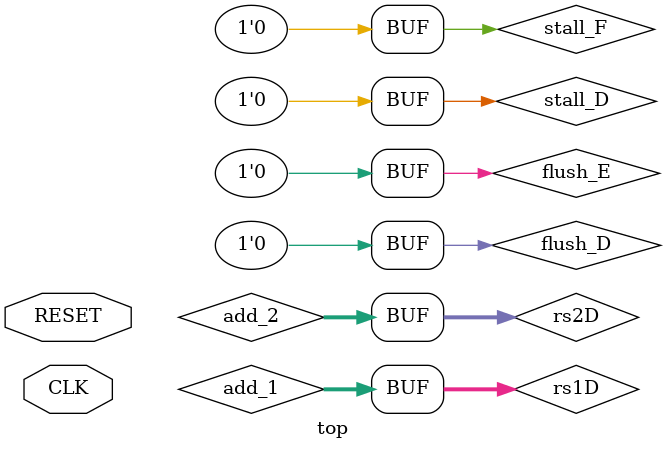
<source format=v>
`timescale 1ns/1ns

module top(
    input CLK, RESET
);

// wires
wire lw_stall, stall_F, stall_D, flush_E, flush_D;
wire PC_Src_E;
wire [31:0] PCF;
wire [1:0] forward_AE, forward_BE;
wire [31:0] PC_Plus4_F, PCF_next;
wire [31:0] result_W;
wire [31:0] ALU_Result_E;
wire [31:0] write_data_E;

// IF/ID wires

wire [31:0] inst_F;
wire [31:0] ins_D, PC_D;
wire [31:0] PCF_D;    
wire [31:0] PC_Plus4_D;


wire [6:0] op, f7;
wire [2:0] f3;
wire [4:0] add_1, add_2, add_3;
wire [24:0] raw_imm;


wire [4:0] rs1_D, rs2_D, rd_D;
wire [31:0] rd_1, rd_2;

wire [1:0] result_Src_D;
wire [2:0] imm_Src_D;
wire [3:0] ALU_Control_D;
wire ALU_Src_D, reg_write_D, mem_write_D, jump_D, branch_D;

wire [31:0] rd1_E, rd2_E, pc_E, ext_Imm_E, ext_Imm_D, PC_Plus4_E;
wire [4:0] rd_W, rs1_E, rs2_E;
wire reg_write_E, mem_write_E, jump_E, branch_E, ALU_Src_E;
wire [3:0] ALU_Control_E;
wire [1:0] result_Src_E;

wire [31:0] ALU_Result_M, write_data_M, PC_Plus4_M;
wire [4:0] rd_M, rd_E;
wire reg_write_M, mem_write_M;
wire [1:0] result_Src_M;

wire [31:0] read_data_M, read_data_W, ALU_Result_W, PC_Plus4_W;
wire reg_write_W;
wire [1:0] result_Src_W;

wire [31:0] src_AE, src_BE, mux2_out;
wire [31:0] PC_Target_E;
wire zero;

assign stall_F = 0;
assign stall_D = 0;
assign flush_D = 0;
assign flush_E = 0;


pc pc_inst(
    .PC_curr(PCF),
    .PC_next(PCF_next),
    .CLK(CLK),
    .RESET(RESET),
    .stallF(stall_F)
);

adder pc_plus_4_inst(
    .Q(PC_Plus4_F),
    .A(PCF),
    .B(32'd4)
);

ins_mem IMEM(
    .ins(inst_F),
    .address(PCF)
);

IFID IFID_inst(
    .insD(ins_D),
    .PCD(PC_D),
    .PCPlus4D(PC_Plus4_D),
    .flushD(flush_D),
    .stallD(stall_D),
    .CLK(CLK),
    .reset(RESET),
    .insF(inst_F),
    .PCPlus4F(PC_Plus4_F),
    .PCF(PCF)
);

decoder decoder_inst(
    .op(op),
    .f3(f3),
    .f7(f7),
    .add_1(add_1),
    .add_2(add_2),
    .add_3(add_3),
    .raw_imm(raw_imm),
    .ins(ins_D)
);

reg_file RF(
    .r_data_1(rd_1),
    .r_data_2(rd_2),
    .add_1(add_1),
    .add_2(add_2),
    .add_3(rd_W),
    .write_data(result_W),
    .CLK(CLK),
    .RESET(RESET),
    .REG_WRITE_W(reg_write_W)
);

wire [4:0] rs1D = add_1;
wire [4:0] rs2D = add_2;
wire [4:0] rdD  = add_3;

control_unit control_unit_inst(
    .RES_SRC_D(result_Src_D),
    .REG_WRITE_D(reg_write_D),
    .MEM_WRITE_D(mem_write_D),
    .ALU_CONTROL_D(ALU_Control_D),
    .ALU_SRC_D(ALU_Src_D),
    .IMM_SRC_D(imm_Src_D),
    .JUMP_D(jump_D),
    .BRANCH_D(branch_D),
    .op(op),
    .f3(f3),
    .f7(f7)
);

extender extender_inst(
    .imm(ext_Imm_D),
    .raw_imm(raw_imm),
    .IMM_SRC(imm_Src_D)
);

IDEX IDEX_inst(
    .rd1E(rd1_E),
    .rd2E(rd2_E),
    .pcE(pc_E),
    .rs1E(rs1_E),
    .rs2E(rs2_E),
    .rdE(rd_E),
    .extImmE(ext_Imm_E),
    .PCPlus4E(PC_Plus4_E),
    .regWriteE(reg_write_E),
    .memWriteE(mem_write_E),
    .jumpE(jump_E),
    .branchE(branch_E),
    .ALUsrcE(ALU_Src_E),
    .ALUcontrolE(ALU_Control_E),
    .ResultSrcE(result_Src_E),
    .rd1(rd_1),
    .rd2(rd_2),
    .pcD(PC_D),
    .rs1D(rs1_D),
    .rs2D(rs2_D),
    .rdD(rd_D),
    .extImmD(ext_Imm_D),
    .PCPlus4D(PC_Plus4_D),
    .flushE(flush_E),
    .regWriteD(reg_write_D),
    .memWriteD(mem_write_D),
    .jumpD(jump_D),
    .branchD(branch_D),
    .ALUsrcD(ALU_Src_D),
    .CLK(CLK),
    .reset(RESET),
    .ALUcontrolD(ALU_Control_D),
    .ResultSrcD(result_Src_D)
);

mux1_alu m1(    
    .srcAE(src_AE),
    .rd1E(rd1_E),
    .resultW(result_W),
    .aluResultM(ALU_Result_M),
    .forwardAE(forward_AE)
);

mux2_alu m2(
    .mux2_out(mux2_out),
    .write_data_E(write_data_E),
    .rd2E(rd2_E),
    .resultW(result_W),
    .aluResultM(ALU_Result_M),
    .forwardBE(forward_BE)
);

assign src_BE = ALU_Src_E ? ext_Imm_E : mux2_out;

alu alu_inst(
    .ALUResultE(ALU_Result_E),
    .ZERO(zero),
    .src_A(src_AE),
    .src_B(src_BE),
    .ALUControlE(ALU_Control_E)
);

adder adder_branch(
    .Q(PC_Target_E),
    .A(pc_E),
    .B(ext_Imm_E)
);
assign PC_Src_E = jump_E | (zero & branch_E);

EXMEM exmem_inst(
    .rdM(rd_M),
    .aluResultM(ALU_Result_M),
    .writeDataM(write_data_M),
    .PCPlus4M(PC_Plus4_M),
    .regWriteM(reg_write_M),
    .memWriteM(mem_write_M),
    .ResultSrcM(result_Src_M),
    .regWriteE(reg_write_E),
    .memWriteE(mem_write_E),
    .CLK(CLK),
    .ResultSrcE(result_Src_E),
    .aluResultE(ALU_Result_E),
    .writeDataE(write_data_E),
    .PCPlus4E(PC_Plus4_E),
    .rdE(rd_E)
);

data_mem data_mem_inst(
    .r_data(read_data_M),
    .write_data(write_data_M),
    .res_add(ALU_Result_M),
    .MEM_WRITE(mem_write_M),
    .CLK(CLK)
);

MEMWB MEMWB_inst(
    .readDataW(read_data_W),
    .aluResultW(ALU_Result_W),
    .rdW(rd_W),
    .PC_plus_4W(PC_Plus4_W),
    .regWriteW(reg_write_W),
    .ResultSrcW(result_Src_W),
    .readDataM(read_data_M),
    .aluResultM(ALU_Result_M),
    .rdM(rd_M),
    .PC_plus_4M(PC_Plus4_M),
    .regWriteM(reg_write_M),
    .CLK(CLK),
    .ResultSrcM(result_Src_M)
);

result_mux result_mux_inst(
    .resultW(result_W),
    .ALUResultM(ALU_Result_W),
    .readDataW(read_data_W),
    .PCPlus4W(PC_Plus4_W),
    .RES_SRC_W(result_Src_W)
);

pc_mux pc_mux_inst(
    .PC_next(PCF_next),
    .PCPlus4F(PC_Plus4_F),
    .PC_target(PC_Target_E),
    .PC_SRC(PC_Src_E)
);

forwarding forwarding_instA(
    .forwardNE(forward_AE),
    .rsXE(rs1_E),
    .rdM(rd_M),
    .rdW(rd_W),
    .regWriteM(reg_write_M),
    .regWriteW(reg_write_W)
);

forwarding forwarding_instB(
    .forwardNE(forward_BE),
    .rsXE(rs2_E),
    .rdM(rd_M),
    .rdW(rd_W),
    .regWriteM(reg_write_M),
    .regWriteW(reg_write_W)
);

stallingUnit stalling_inst(
    .lwStall(lw_stall),
    .stallF(stall_F),
    .stallD(stall_D),
    .rs1D(rs1_D),
    .rs2D(rs2_D),
    .rdE(rd_E),
    .resultSrcE(result_Src_E)
);

flushingUnit flushing_inst(
    .flushD(flush_D),
    .flushE(flush_E),
    .lwStall(lw_stall),
    .PCSrcE(PC_Src_E)
);

    reg [7:0] cycle_cnt = 0;
    
    always @(posedge CLK) begin
        cycle_cnt <= cycle_cnt + 1;
    
        if (cycle_cnt > 5) begin
            $display("PC=%h | x9(s1)=%h | x5(t0)=%h",
                     PCF,
                     RF.rf[9],
                     RF.rf[5]);
        end
    end
    
    always @(posedge CLK) begin
    $display("PCF=%h | stall_F=%b | RESET=%b | PC_next=%h",
             PCF, stall_F, RESET, PCF_next);
end

    

endmodule

</source>
